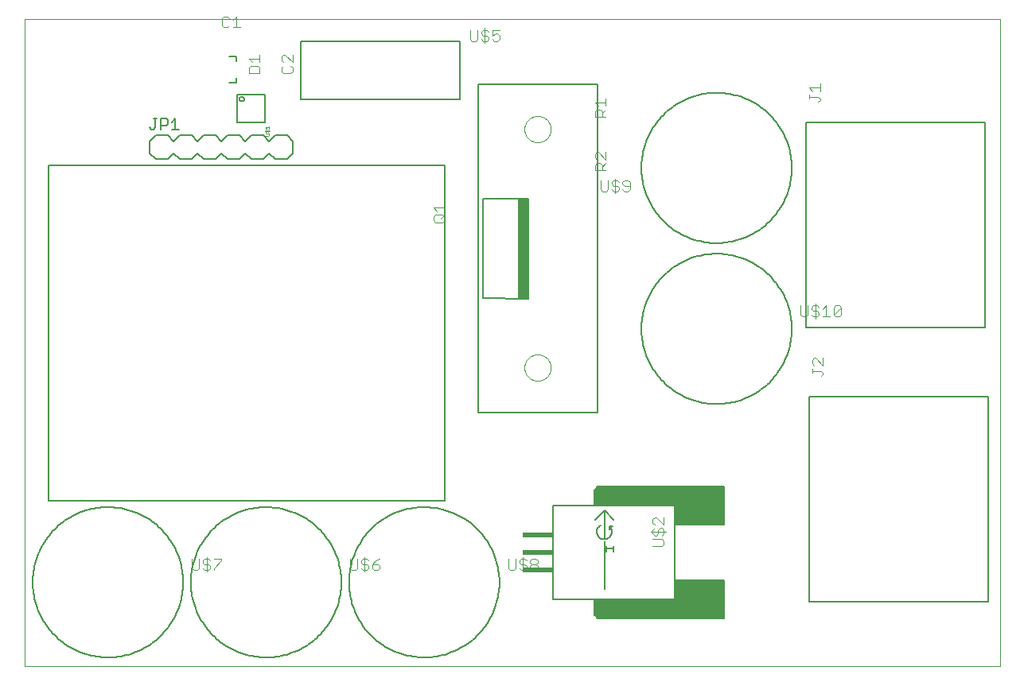
<source format=gto>
G75*
%MOIN*%
%OFA0B0*%
%FSLAX24Y24*%
%IPPOS*%
%LPD*%
%AMOC8*
5,1,8,0,0,1.08239X$1,22.5*
%
%ADD10C,0.0000*%
%ADD11C,0.0050*%
%ADD12C,0.0040*%
%ADD13C,0.0080*%
%ADD14C,0.0070*%
%ADD15R,0.0400X0.4200*%
%ADD16C,0.0010*%
%ADD17R,0.1260X0.0236*%
%ADD18C,0.0060*%
D10*
X000160Y000160D02*
X000160Y027281D01*
X041030Y027281D01*
X041030Y000160D01*
X000160Y000160D01*
X021109Y012660D02*
X021111Y012707D01*
X021117Y012753D01*
X021127Y012799D01*
X021140Y012844D01*
X021158Y012887D01*
X021179Y012929D01*
X021203Y012969D01*
X021231Y013006D01*
X021262Y013041D01*
X021296Y013074D01*
X021332Y013103D01*
X021371Y013129D01*
X021412Y013152D01*
X021455Y013171D01*
X021499Y013187D01*
X021544Y013199D01*
X021590Y013207D01*
X021637Y013211D01*
X021683Y013211D01*
X021730Y013207D01*
X021776Y013199D01*
X021821Y013187D01*
X021865Y013171D01*
X021908Y013152D01*
X021949Y013129D01*
X021988Y013103D01*
X022024Y013074D01*
X022058Y013041D01*
X022089Y013006D01*
X022117Y012969D01*
X022141Y012929D01*
X022162Y012887D01*
X022180Y012844D01*
X022193Y012799D01*
X022203Y012753D01*
X022209Y012707D01*
X022211Y012660D01*
X022209Y012613D01*
X022203Y012567D01*
X022193Y012521D01*
X022180Y012476D01*
X022162Y012433D01*
X022141Y012391D01*
X022117Y012351D01*
X022089Y012314D01*
X022058Y012279D01*
X022024Y012246D01*
X021988Y012217D01*
X021949Y012191D01*
X021908Y012168D01*
X021865Y012149D01*
X021821Y012133D01*
X021776Y012121D01*
X021730Y012113D01*
X021683Y012109D01*
X021637Y012109D01*
X021590Y012113D01*
X021544Y012121D01*
X021499Y012133D01*
X021455Y012149D01*
X021412Y012168D01*
X021371Y012191D01*
X021332Y012217D01*
X021296Y012246D01*
X021262Y012279D01*
X021231Y012314D01*
X021203Y012351D01*
X021179Y012391D01*
X021158Y012433D01*
X021140Y012476D01*
X021127Y012521D01*
X021117Y012567D01*
X021111Y012613D01*
X021109Y012660D01*
X021109Y022660D02*
X021111Y022707D01*
X021117Y022753D01*
X021127Y022799D01*
X021140Y022844D01*
X021158Y022887D01*
X021179Y022929D01*
X021203Y022969D01*
X021231Y023006D01*
X021262Y023041D01*
X021296Y023074D01*
X021332Y023103D01*
X021371Y023129D01*
X021412Y023152D01*
X021455Y023171D01*
X021499Y023187D01*
X021544Y023199D01*
X021590Y023207D01*
X021637Y023211D01*
X021683Y023211D01*
X021730Y023207D01*
X021776Y023199D01*
X021821Y023187D01*
X021865Y023171D01*
X021908Y023152D01*
X021949Y023129D01*
X021988Y023103D01*
X022024Y023074D01*
X022058Y023041D01*
X022089Y023006D01*
X022117Y022969D01*
X022141Y022929D01*
X022162Y022887D01*
X022180Y022844D01*
X022193Y022799D01*
X022203Y022753D01*
X022209Y022707D01*
X022211Y022660D01*
X022209Y022613D01*
X022203Y022567D01*
X022193Y022521D01*
X022180Y022476D01*
X022162Y022433D01*
X022141Y022391D01*
X022117Y022351D01*
X022089Y022314D01*
X022058Y022279D01*
X022024Y022246D01*
X021988Y022217D01*
X021949Y022191D01*
X021908Y022168D01*
X021865Y022149D01*
X021821Y022133D01*
X021776Y022121D01*
X021730Y022113D01*
X021683Y022109D01*
X021637Y022109D01*
X021590Y022113D01*
X021544Y022121D01*
X021499Y022133D01*
X021455Y022149D01*
X021412Y022168D01*
X021371Y022191D01*
X021332Y022217D01*
X021296Y022246D01*
X021262Y022279D01*
X021231Y022314D01*
X021203Y022351D01*
X021179Y022391D01*
X021158Y022433D01*
X021140Y022476D01*
X021127Y022521D01*
X021117Y022567D01*
X021111Y022613D01*
X021109Y022660D01*
D11*
X019160Y024534D02*
X019160Y010786D01*
X024160Y010786D01*
X024160Y024534D01*
X019160Y024534D01*
X018410Y023910D02*
X011729Y023910D01*
X011729Y026341D01*
X018410Y026341D01*
X018410Y023910D01*
X017774Y021160D02*
X017774Y007066D01*
X001160Y007066D01*
X001160Y021160D01*
X017774Y021160D01*
X010251Y022944D02*
X009069Y022944D01*
X009069Y024126D01*
X010251Y024126D01*
X010251Y022944D01*
X009168Y023929D02*
X009170Y023948D01*
X009175Y023967D01*
X009185Y023983D01*
X009197Y023998D01*
X009212Y024010D01*
X009228Y024020D01*
X009247Y024025D01*
X009266Y024027D01*
X009285Y024025D01*
X009304Y024020D01*
X009320Y024010D01*
X009335Y023998D01*
X009347Y023983D01*
X009357Y023967D01*
X009362Y023948D01*
X009364Y023929D01*
X009362Y023910D01*
X009357Y023891D01*
X009347Y023875D01*
X009335Y023860D01*
X009320Y023848D01*
X009304Y023838D01*
X009285Y023833D01*
X009266Y023831D01*
X009247Y023833D01*
X009228Y023838D01*
X009212Y023848D01*
X009197Y023860D01*
X009185Y023875D01*
X009175Y023891D01*
X009170Y023910D01*
X009168Y023929D01*
X006626Y022655D02*
X006326Y022655D01*
X006476Y022655D02*
X006476Y023105D01*
X006326Y022955D01*
X006166Y023030D02*
X006166Y022880D01*
X006091Y022805D01*
X005865Y022805D01*
X005865Y022655D02*
X005865Y023105D01*
X006091Y023105D01*
X006166Y023030D01*
X005705Y023105D02*
X005555Y023105D01*
X005630Y023105D02*
X005630Y022730D01*
X005555Y022655D01*
X005480Y022655D01*
X005405Y022730D01*
X024027Y007508D02*
X024185Y007666D01*
X029460Y007666D01*
X029460Y006091D01*
X027413Y006091D01*
X027413Y006879D01*
X024027Y006879D01*
X024027Y007469D01*
X024027Y006879D01*
X024027Y007508D01*
X024046Y007528D02*
X029460Y007528D01*
X029460Y007576D02*
X024095Y007576D01*
X024143Y007625D02*
X029460Y007625D01*
X029460Y007479D02*
X024027Y007479D01*
X024027Y007431D02*
X029460Y007431D01*
X029460Y007382D02*
X024027Y007382D01*
X024027Y007334D02*
X029460Y007334D01*
X029460Y007285D02*
X024027Y007285D01*
X024027Y007237D02*
X029460Y007237D01*
X029460Y007188D02*
X024027Y007188D01*
X024027Y007140D02*
X029460Y007140D01*
X029460Y007091D02*
X024027Y007091D01*
X024027Y007043D02*
X029460Y007043D01*
X029460Y006994D02*
X024027Y006994D01*
X024027Y006946D02*
X029460Y006946D01*
X029460Y006897D02*
X024027Y006897D01*
X024460Y006682D02*
X024460Y005540D01*
X024460Y005382D02*
X024460Y003375D01*
X024027Y002941D02*
X024027Y002351D01*
X024027Y002941D01*
X027413Y002941D01*
X027413Y003729D01*
X029460Y003729D01*
X029460Y002154D01*
X024185Y002154D01*
X024027Y002312D01*
X024027Y002941D01*
X024027Y002920D02*
X029460Y002920D01*
X029460Y002872D02*
X024027Y002872D01*
X024027Y002823D02*
X029460Y002823D01*
X029460Y002775D02*
X024027Y002775D01*
X024027Y002726D02*
X029460Y002726D01*
X029460Y002678D02*
X024027Y002678D01*
X024027Y002629D02*
X029460Y002629D01*
X029460Y002581D02*
X024027Y002581D01*
X024027Y002532D02*
X029460Y002532D01*
X029460Y002484D02*
X024027Y002484D01*
X024027Y002435D02*
X029460Y002435D01*
X029460Y002387D02*
X024027Y002387D01*
X024027Y002338D02*
X029460Y002338D01*
X029460Y002290D02*
X024049Y002290D01*
X024098Y002241D02*
X029460Y002241D01*
X029460Y002193D02*
X024146Y002193D01*
X022295Y002941D02*
X022295Y006879D01*
X027413Y006879D01*
X027413Y002941D01*
X022295Y002941D01*
X024539Y004949D02*
X024539Y005067D01*
X024539Y005186D01*
X024539Y005067D02*
X024854Y005067D01*
X024854Y004949D01*
X024854Y005067D02*
X024854Y005186D01*
X024658Y006013D02*
X024683Y005989D01*
X024704Y005962D01*
X024723Y005933D01*
X024739Y005902D01*
X024751Y005870D01*
X024759Y005837D01*
X024764Y005803D01*
X024765Y005768D01*
X024762Y005734D01*
X024755Y005700D01*
X024745Y005667D01*
X024731Y005635D01*
X024714Y005606D01*
X024693Y005578D01*
X024670Y005553D01*
X024644Y005530D01*
X024616Y005510D01*
X024585Y005494D01*
X024553Y005481D01*
X024520Y005472D01*
X024486Y005466D01*
X024452Y005464D01*
X024417Y005466D01*
X024383Y005472D01*
X024350Y005481D01*
X024318Y005494D01*
X024288Y005510D01*
X024260Y005530D01*
X024234Y005553D01*
X024210Y005578D01*
X024190Y005606D01*
X024173Y005636D01*
X024159Y005667D01*
X024149Y005700D01*
X024142Y005734D01*
X024139Y005768D01*
X024140Y005803D01*
X024145Y005837D01*
X024153Y005870D01*
X024165Y005903D01*
X024181Y005933D01*
X024200Y005962D01*
X024222Y005989D01*
X024246Y006013D01*
X024274Y006034D01*
X024303Y006052D01*
X024066Y006288D02*
X024460Y006682D01*
X024854Y006288D01*
X024815Y006012D02*
X024657Y006012D01*
X024657Y005894D01*
X027413Y006121D02*
X029460Y006121D01*
X029460Y006170D02*
X027413Y006170D01*
X027413Y006218D02*
X029460Y006218D01*
X029460Y006267D02*
X027413Y006267D01*
X027413Y006315D02*
X029460Y006315D01*
X029460Y006364D02*
X027413Y006364D01*
X027413Y006412D02*
X029460Y006412D01*
X029460Y006461D02*
X027413Y006461D01*
X027413Y006509D02*
X029460Y006509D01*
X029460Y006558D02*
X027413Y006558D01*
X027413Y006606D02*
X029460Y006606D01*
X029460Y006655D02*
X027413Y006655D01*
X027413Y006703D02*
X029460Y006703D01*
X029460Y006752D02*
X027413Y006752D01*
X027413Y006800D02*
X029460Y006800D01*
X029460Y006849D02*
X027413Y006849D01*
X027413Y003696D02*
X029460Y003696D01*
X029460Y003648D02*
X027413Y003648D01*
X027413Y003599D02*
X029460Y003599D01*
X029460Y003551D02*
X027413Y003551D01*
X027413Y003502D02*
X029460Y003502D01*
X029460Y003454D02*
X027413Y003454D01*
X027413Y003405D02*
X029460Y003405D01*
X029460Y003357D02*
X027413Y003357D01*
X027413Y003308D02*
X029460Y003308D01*
X029460Y003260D02*
X027413Y003260D01*
X027413Y003211D02*
X029460Y003211D01*
X029460Y003163D02*
X027413Y003163D01*
X027413Y003114D02*
X029460Y003114D01*
X029460Y003066D02*
X027413Y003066D01*
X027413Y003017D02*
X029460Y003017D01*
X029460Y002969D02*
X027413Y002969D01*
X033045Y002861D02*
X033045Y011459D01*
X040525Y011459D01*
X040525Y002861D01*
X033045Y002861D01*
X013760Y003660D02*
X013762Y003772D01*
X013768Y003883D01*
X013778Y003995D01*
X013792Y004106D01*
X013809Y004216D01*
X013831Y004326D01*
X013857Y004435D01*
X013886Y004543D01*
X013919Y004649D01*
X013956Y004755D01*
X013997Y004859D01*
X014042Y004962D01*
X014090Y005063D01*
X014141Y005162D01*
X014196Y005259D01*
X014255Y005354D01*
X014316Y005448D01*
X014381Y005539D01*
X014450Y005627D01*
X014521Y005713D01*
X014595Y005797D01*
X014673Y005877D01*
X014753Y005955D01*
X014836Y006031D01*
X014921Y006103D01*
X015009Y006172D01*
X015099Y006238D01*
X015192Y006300D01*
X015287Y006360D01*
X015384Y006416D01*
X015482Y006468D01*
X015583Y006517D01*
X015685Y006562D01*
X015789Y006604D01*
X015894Y006642D01*
X016001Y006676D01*
X016108Y006706D01*
X016217Y006733D01*
X016326Y006755D01*
X016437Y006774D01*
X016547Y006789D01*
X016659Y006800D01*
X016770Y006807D01*
X016882Y006810D01*
X016994Y006809D01*
X017106Y006804D01*
X017217Y006795D01*
X017328Y006782D01*
X017439Y006765D01*
X017549Y006745D01*
X017658Y006720D01*
X017766Y006692D01*
X017873Y006659D01*
X017979Y006623D01*
X018083Y006583D01*
X018186Y006540D01*
X018288Y006493D01*
X018387Y006442D01*
X018485Y006388D01*
X018581Y006330D01*
X018675Y006269D01*
X018766Y006205D01*
X018855Y006138D01*
X018942Y006067D01*
X019026Y005993D01*
X019108Y005917D01*
X019186Y005837D01*
X019262Y005755D01*
X019335Y005670D01*
X019405Y005583D01*
X019471Y005493D01*
X019535Y005401D01*
X019595Y005307D01*
X019652Y005211D01*
X019705Y005112D01*
X019755Y005012D01*
X019801Y004911D01*
X019844Y004807D01*
X019883Y004702D01*
X019918Y004596D01*
X019949Y004489D01*
X019977Y004380D01*
X020000Y004271D01*
X020020Y004161D01*
X020036Y004050D01*
X020048Y003939D01*
X020056Y003828D01*
X020060Y003716D01*
X020060Y003604D01*
X020056Y003492D01*
X020048Y003381D01*
X020036Y003270D01*
X020020Y003159D01*
X020000Y003049D01*
X019977Y002940D01*
X019949Y002831D01*
X019918Y002724D01*
X019883Y002618D01*
X019844Y002513D01*
X019801Y002409D01*
X019755Y002308D01*
X019705Y002208D01*
X019652Y002109D01*
X019595Y002013D01*
X019535Y001919D01*
X019471Y001827D01*
X019405Y001737D01*
X019335Y001650D01*
X019262Y001565D01*
X019186Y001483D01*
X019108Y001403D01*
X019026Y001327D01*
X018942Y001253D01*
X018855Y001182D01*
X018766Y001115D01*
X018675Y001051D01*
X018581Y000990D01*
X018485Y000932D01*
X018387Y000878D01*
X018288Y000827D01*
X018186Y000780D01*
X018083Y000737D01*
X017979Y000697D01*
X017873Y000661D01*
X017766Y000628D01*
X017658Y000600D01*
X017549Y000575D01*
X017439Y000555D01*
X017328Y000538D01*
X017217Y000525D01*
X017106Y000516D01*
X016994Y000511D01*
X016882Y000510D01*
X016770Y000513D01*
X016659Y000520D01*
X016547Y000531D01*
X016437Y000546D01*
X016326Y000565D01*
X016217Y000587D01*
X016108Y000614D01*
X016001Y000644D01*
X015894Y000678D01*
X015789Y000716D01*
X015685Y000758D01*
X015583Y000803D01*
X015482Y000852D01*
X015384Y000904D01*
X015287Y000960D01*
X015192Y001020D01*
X015099Y001082D01*
X015009Y001148D01*
X014921Y001217D01*
X014836Y001289D01*
X014753Y001365D01*
X014673Y001443D01*
X014595Y001523D01*
X014521Y001607D01*
X014450Y001693D01*
X014381Y001781D01*
X014316Y001872D01*
X014255Y001966D01*
X014196Y002061D01*
X014141Y002158D01*
X014090Y002257D01*
X014042Y002358D01*
X013997Y002461D01*
X013956Y002565D01*
X013919Y002671D01*
X013886Y002777D01*
X013857Y002885D01*
X013831Y002994D01*
X013809Y003104D01*
X013792Y003214D01*
X013778Y003325D01*
X013768Y003437D01*
X013762Y003548D01*
X013760Y003660D01*
X007135Y003660D02*
X007137Y003772D01*
X007143Y003883D01*
X007153Y003995D01*
X007167Y004106D01*
X007184Y004216D01*
X007206Y004326D01*
X007232Y004435D01*
X007261Y004543D01*
X007294Y004649D01*
X007331Y004755D01*
X007372Y004859D01*
X007417Y004962D01*
X007465Y005063D01*
X007516Y005162D01*
X007571Y005259D01*
X007630Y005354D01*
X007691Y005448D01*
X007756Y005539D01*
X007825Y005627D01*
X007896Y005713D01*
X007970Y005797D01*
X008048Y005877D01*
X008128Y005955D01*
X008211Y006031D01*
X008296Y006103D01*
X008384Y006172D01*
X008474Y006238D01*
X008567Y006300D01*
X008662Y006360D01*
X008759Y006416D01*
X008857Y006468D01*
X008958Y006517D01*
X009060Y006562D01*
X009164Y006604D01*
X009269Y006642D01*
X009376Y006676D01*
X009483Y006706D01*
X009592Y006733D01*
X009701Y006755D01*
X009812Y006774D01*
X009922Y006789D01*
X010034Y006800D01*
X010145Y006807D01*
X010257Y006810D01*
X010369Y006809D01*
X010481Y006804D01*
X010592Y006795D01*
X010703Y006782D01*
X010814Y006765D01*
X010924Y006745D01*
X011033Y006720D01*
X011141Y006692D01*
X011248Y006659D01*
X011354Y006623D01*
X011458Y006583D01*
X011561Y006540D01*
X011663Y006493D01*
X011762Y006442D01*
X011860Y006388D01*
X011956Y006330D01*
X012050Y006269D01*
X012141Y006205D01*
X012230Y006138D01*
X012317Y006067D01*
X012401Y005993D01*
X012483Y005917D01*
X012561Y005837D01*
X012637Y005755D01*
X012710Y005670D01*
X012780Y005583D01*
X012846Y005493D01*
X012910Y005401D01*
X012970Y005307D01*
X013027Y005211D01*
X013080Y005112D01*
X013130Y005012D01*
X013176Y004911D01*
X013219Y004807D01*
X013258Y004702D01*
X013293Y004596D01*
X013324Y004489D01*
X013352Y004380D01*
X013375Y004271D01*
X013395Y004161D01*
X013411Y004050D01*
X013423Y003939D01*
X013431Y003828D01*
X013435Y003716D01*
X013435Y003604D01*
X013431Y003492D01*
X013423Y003381D01*
X013411Y003270D01*
X013395Y003159D01*
X013375Y003049D01*
X013352Y002940D01*
X013324Y002831D01*
X013293Y002724D01*
X013258Y002618D01*
X013219Y002513D01*
X013176Y002409D01*
X013130Y002308D01*
X013080Y002208D01*
X013027Y002109D01*
X012970Y002013D01*
X012910Y001919D01*
X012846Y001827D01*
X012780Y001737D01*
X012710Y001650D01*
X012637Y001565D01*
X012561Y001483D01*
X012483Y001403D01*
X012401Y001327D01*
X012317Y001253D01*
X012230Y001182D01*
X012141Y001115D01*
X012050Y001051D01*
X011956Y000990D01*
X011860Y000932D01*
X011762Y000878D01*
X011663Y000827D01*
X011561Y000780D01*
X011458Y000737D01*
X011354Y000697D01*
X011248Y000661D01*
X011141Y000628D01*
X011033Y000600D01*
X010924Y000575D01*
X010814Y000555D01*
X010703Y000538D01*
X010592Y000525D01*
X010481Y000516D01*
X010369Y000511D01*
X010257Y000510D01*
X010145Y000513D01*
X010034Y000520D01*
X009922Y000531D01*
X009812Y000546D01*
X009701Y000565D01*
X009592Y000587D01*
X009483Y000614D01*
X009376Y000644D01*
X009269Y000678D01*
X009164Y000716D01*
X009060Y000758D01*
X008958Y000803D01*
X008857Y000852D01*
X008759Y000904D01*
X008662Y000960D01*
X008567Y001020D01*
X008474Y001082D01*
X008384Y001148D01*
X008296Y001217D01*
X008211Y001289D01*
X008128Y001365D01*
X008048Y001443D01*
X007970Y001523D01*
X007896Y001607D01*
X007825Y001693D01*
X007756Y001781D01*
X007691Y001872D01*
X007630Y001966D01*
X007571Y002061D01*
X007516Y002158D01*
X007465Y002257D01*
X007417Y002358D01*
X007372Y002461D01*
X007331Y002565D01*
X007294Y002671D01*
X007261Y002777D01*
X007232Y002885D01*
X007206Y002994D01*
X007184Y003104D01*
X007167Y003214D01*
X007153Y003325D01*
X007143Y003437D01*
X007137Y003548D01*
X007135Y003660D01*
X000510Y003660D02*
X000512Y003772D01*
X000518Y003883D01*
X000528Y003995D01*
X000542Y004106D01*
X000559Y004216D01*
X000581Y004326D01*
X000607Y004435D01*
X000636Y004543D01*
X000669Y004649D01*
X000706Y004755D01*
X000747Y004859D01*
X000792Y004962D01*
X000840Y005063D01*
X000891Y005162D01*
X000946Y005259D01*
X001005Y005354D01*
X001066Y005448D01*
X001131Y005539D01*
X001200Y005627D01*
X001271Y005713D01*
X001345Y005797D01*
X001423Y005877D01*
X001503Y005955D01*
X001586Y006031D01*
X001671Y006103D01*
X001759Y006172D01*
X001849Y006238D01*
X001942Y006300D01*
X002037Y006360D01*
X002134Y006416D01*
X002232Y006468D01*
X002333Y006517D01*
X002435Y006562D01*
X002539Y006604D01*
X002644Y006642D01*
X002751Y006676D01*
X002858Y006706D01*
X002967Y006733D01*
X003076Y006755D01*
X003187Y006774D01*
X003297Y006789D01*
X003409Y006800D01*
X003520Y006807D01*
X003632Y006810D01*
X003744Y006809D01*
X003856Y006804D01*
X003967Y006795D01*
X004078Y006782D01*
X004189Y006765D01*
X004299Y006745D01*
X004408Y006720D01*
X004516Y006692D01*
X004623Y006659D01*
X004729Y006623D01*
X004833Y006583D01*
X004936Y006540D01*
X005038Y006493D01*
X005137Y006442D01*
X005235Y006388D01*
X005331Y006330D01*
X005425Y006269D01*
X005516Y006205D01*
X005605Y006138D01*
X005692Y006067D01*
X005776Y005993D01*
X005858Y005917D01*
X005936Y005837D01*
X006012Y005755D01*
X006085Y005670D01*
X006155Y005583D01*
X006221Y005493D01*
X006285Y005401D01*
X006345Y005307D01*
X006402Y005211D01*
X006455Y005112D01*
X006505Y005012D01*
X006551Y004911D01*
X006594Y004807D01*
X006633Y004702D01*
X006668Y004596D01*
X006699Y004489D01*
X006727Y004380D01*
X006750Y004271D01*
X006770Y004161D01*
X006786Y004050D01*
X006798Y003939D01*
X006806Y003828D01*
X006810Y003716D01*
X006810Y003604D01*
X006806Y003492D01*
X006798Y003381D01*
X006786Y003270D01*
X006770Y003159D01*
X006750Y003049D01*
X006727Y002940D01*
X006699Y002831D01*
X006668Y002724D01*
X006633Y002618D01*
X006594Y002513D01*
X006551Y002409D01*
X006505Y002308D01*
X006455Y002208D01*
X006402Y002109D01*
X006345Y002013D01*
X006285Y001919D01*
X006221Y001827D01*
X006155Y001737D01*
X006085Y001650D01*
X006012Y001565D01*
X005936Y001483D01*
X005858Y001403D01*
X005776Y001327D01*
X005692Y001253D01*
X005605Y001182D01*
X005516Y001115D01*
X005425Y001051D01*
X005331Y000990D01*
X005235Y000932D01*
X005137Y000878D01*
X005038Y000827D01*
X004936Y000780D01*
X004833Y000737D01*
X004729Y000697D01*
X004623Y000661D01*
X004516Y000628D01*
X004408Y000600D01*
X004299Y000575D01*
X004189Y000555D01*
X004078Y000538D01*
X003967Y000525D01*
X003856Y000516D01*
X003744Y000511D01*
X003632Y000510D01*
X003520Y000513D01*
X003409Y000520D01*
X003297Y000531D01*
X003187Y000546D01*
X003076Y000565D01*
X002967Y000587D01*
X002858Y000614D01*
X002751Y000644D01*
X002644Y000678D01*
X002539Y000716D01*
X002435Y000758D01*
X002333Y000803D01*
X002232Y000852D01*
X002134Y000904D01*
X002037Y000960D01*
X001942Y001020D01*
X001849Y001082D01*
X001759Y001148D01*
X001671Y001217D01*
X001586Y001289D01*
X001503Y001365D01*
X001423Y001443D01*
X001345Y001523D01*
X001271Y001607D01*
X001200Y001693D01*
X001131Y001781D01*
X001066Y001872D01*
X001005Y001966D01*
X000946Y002061D01*
X000891Y002158D01*
X000840Y002257D01*
X000792Y002358D01*
X000747Y002461D01*
X000706Y002565D01*
X000669Y002671D01*
X000636Y002777D01*
X000607Y002885D01*
X000581Y002994D01*
X000559Y003104D01*
X000542Y003214D01*
X000528Y003325D01*
X000518Y003437D01*
X000512Y003548D01*
X000510Y003660D01*
X026010Y014285D02*
X026012Y014397D01*
X026018Y014508D01*
X026028Y014620D01*
X026042Y014731D01*
X026059Y014841D01*
X026081Y014951D01*
X026107Y015060D01*
X026136Y015168D01*
X026169Y015274D01*
X026206Y015380D01*
X026247Y015484D01*
X026292Y015587D01*
X026340Y015688D01*
X026391Y015787D01*
X026446Y015884D01*
X026505Y015979D01*
X026566Y016073D01*
X026631Y016164D01*
X026700Y016252D01*
X026771Y016338D01*
X026845Y016422D01*
X026923Y016502D01*
X027003Y016580D01*
X027086Y016656D01*
X027171Y016728D01*
X027259Y016797D01*
X027349Y016863D01*
X027442Y016925D01*
X027537Y016985D01*
X027634Y017041D01*
X027732Y017093D01*
X027833Y017142D01*
X027935Y017187D01*
X028039Y017229D01*
X028144Y017267D01*
X028251Y017301D01*
X028358Y017331D01*
X028467Y017358D01*
X028576Y017380D01*
X028687Y017399D01*
X028797Y017414D01*
X028909Y017425D01*
X029020Y017432D01*
X029132Y017435D01*
X029244Y017434D01*
X029356Y017429D01*
X029467Y017420D01*
X029578Y017407D01*
X029689Y017390D01*
X029799Y017370D01*
X029908Y017345D01*
X030016Y017317D01*
X030123Y017284D01*
X030229Y017248D01*
X030333Y017208D01*
X030436Y017165D01*
X030538Y017118D01*
X030637Y017067D01*
X030735Y017013D01*
X030831Y016955D01*
X030925Y016894D01*
X031016Y016830D01*
X031105Y016763D01*
X031192Y016692D01*
X031276Y016618D01*
X031358Y016542D01*
X031436Y016462D01*
X031512Y016380D01*
X031585Y016295D01*
X031655Y016208D01*
X031721Y016118D01*
X031785Y016026D01*
X031845Y015932D01*
X031902Y015836D01*
X031955Y015737D01*
X032005Y015637D01*
X032051Y015536D01*
X032094Y015432D01*
X032133Y015327D01*
X032168Y015221D01*
X032199Y015114D01*
X032227Y015005D01*
X032250Y014896D01*
X032270Y014786D01*
X032286Y014675D01*
X032298Y014564D01*
X032306Y014453D01*
X032310Y014341D01*
X032310Y014229D01*
X032306Y014117D01*
X032298Y014006D01*
X032286Y013895D01*
X032270Y013784D01*
X032250Y013674D01*
X032227Y013565D01*
X032199Y013456D01*
X032168Y013349D01*
X032133Y013243D01*
X032094Y013138D01*
X032051Y013034D01*
X032005Y012933D01*
X031955Y012833D01*
X031902Y012734D01*
X031845Y012638D01*
X031785Y012544D01*
X031721Y012452D01*
X031655Y012362D01*
X031585Y012275D01*
X031512Y012190D01*
X031436Y012108D01*
X031358Y012028D01*
X031276Y011952D01*
X031192Y011878D01*
X031105Y011807D01*
X031016Y011740D01*
X030925Y011676D01*
X030831Y011615D01*
X030735Y011557D01*
X030637Y011503D01*
X030538Y011452D01*
X030436Y011405D01*
X030333Y011362D01*
X030229Y011322D01*
X030123Y011286D01*
X030016Y011253D01*
X029908Y011225D01*
X029799Y011200D01*
X029689Y011180D01*
X029578Y011163D01*
X029467Y011150D01*
X029356Y011141D01*
X029244Y011136D01*
X029132Y011135D01*
X029020Y011138D01*
X028909Y011145D01*
X028797Y011156D01*
X028687Y011171D01*
X028576Y011190D01*
X028467Y011212D01*
X028358Y011239D01*
X028251Y011269D01*
X028144Y011303D01*
X028039Y011341D01*
X027935Y011383D01*
X027833Y011428D01*
X027732Y011477D01*
X027634Y011529D01*
X027537Y011585D01*
X027442Y011645D01*
X027349Y011707D01*
X027259Y011773D01*
X027171Y011842D01*
X027086Y011914D01*
X027003Y011990D01*
X026923Y012068D01*
X026845Y012148D01*
X026771Y012232D01*
X026700Y012318D01*
X026631Y012406D01*
X026566Y012497D01*
X026505Y012591D01*
X026446Y012686D01*
X026391Y012783D01*
X026340Y012882D01*
X026292Y012983D01*
X026247Y013086D01*
X026206Y013190D01*
X026169Y013296D01*
X026136Y013402D01*
X026107Y013510D01*
X026081Y013619D01*
X026059Y013729D01*
X026042Y013839D01*
X026028Y013950D01*
X026018Y014062D01*
X026012Y014173D01*
X026010Y014285D01*
X032920Y014361D02*
X032920Y022959D01*
X040400Y022959D01*
X040400Y014361D01*
X032920Y014361D01*
X026010Y021035D02*
X026012Y021147D01*
X026018Y021258D01*
X026028Y021370D01*
X026042Y021481D01*
X026059Y021591D01*
X026081Y021701D01*
X026107Y021810D01*
X026136Y021918D01*
X026169Y022024D01*
X026206Y022130D01*
X026247Y022234D01*
X026292Y022337D01*
X026340Y022438D01*
X026391Y022537D01*
X026446Y022634D01*
X026505Y022729D01*
X026566Y022823D01*
X026631Y022914D01*
X026700Y023002D01*
X026771Y023088D01*
X026845Y023172D01*
X026923Y023252D01*
X027003Y023330D01*
X027086Y023406D01*
X027171Y023478D01*
X027259Y023547D01*
X027349Y023613D01*
X027442Y023675D01*
X027537Y023735D01*
X027634Y023791D01*
X027732Y023843D01*
X027833Y023892D01*
X027935Y023937D01*
X028039Y023979D01*
X028144Y024017D01*
X028251Y024051D01*
X028358Y024081D01*
X028467Y024108D01*
X028576Y024130D01*
X028687Y024149D01*
X028797Y024164D01*
X028909Y024175D01*
X029020Y024182D01*
X029132Y024185D01*
X029244Y024184D01*
X029356Y024179D01*
X029467Y024170D01*
X029578Y024157D01*
X029689Y024140D01*
X029799Y024120D01*
X029908Y024095D01*
X030016Y024067D01*
X030123Y024034D01*
X030229Y023998D01*
X030333Y023958D01*
X030436Y023915D01*
X030538Y023868D01*
X030637Y023817D01*
X030735Y023763D01*
X030831Y023705D01*
X030925Y023644D01*
X031016Y023580D01*
X031105Y023513D01*
X031192Y023442D01*
X031276Y023368D01*
X031358Y023292D01*
X031436Y023212D01*
X031512Y023130D01*
X031585Y023045D01*
X031655Y022958D01*
X031721Y022868D01*
X031785Y022776D01*
X031845Y022682D01*
X031902Y022586D01*
X031955Y022487D01*
X032005Y022387D01*
X032051Y022286D01*
X032094Y022182D01*
X032133Y022077D01*
X032168Y021971D01*
X032199Y021864D01*
X032227Y021755D01*
X032250Y021646D01*
X032270Y021536D01*
X032286Y021425D01*
X032298Y021314D01*
X032306Y021203D01*
X032310Y021091D01*
X032310Y020979D01*
X032306Y020867D01*
X032298Y020756D01*
X032286Y020645D01*
X032270Y020534D01*
X032250Y020424D01*
X032227Y020315D01*
X032199Y020206D01*
X032168Y020099D01*
X032133Y019993D01*
X032094Y019888D01*
X032051Y019784D01*
X032005Y019683D01*
X031955Y019583D01*
X031902Y019484D01*
X031845Y019388D01*
X031785Y019294D01*
X031721Y019202D01*
X031655Y019112D01*
X031585Y019025D01*
X031512Y018940D01*
X031436Y018858D01*
X031358Y018778D01*
X031276Y018702D01*
X031192Y018628D01*
X031105Y018557D01*
X031016Y018490D01*
X030925Y018426D01*
X030831Y018365D01*
X030735Y018307D01*
X030637Y018253D01*
X030538Y018202D01*
X030436Y018155D01*
X030333Y018112D01*
X030229Y018072D01*
X030123Y018036D01*
X030016Y018003D01*
X029908Y017975D01*
X029799Y017950D01*
X029689Y017930D01*
X029578Y017913D01*
X029467Y017900D01*
X029356Y017891D01*
X029244Y017886D01*
X029132Y017885D01*
X029020Y017888D01*
X028909Y017895D01*
X028797Y017906D01*
X028687Y017921D01*
X028576Y017940D01*
X028467Y017962D01*
X028358Y017989D01*
X028251Y018019D01*
X028144Y018053D01*
X028039Y018091D01*
X027935Y018133D01*
X027833Y018178D01*
X027732Y018227D01*
X027634Y018279D01*
X027537Y018335D01*
X027442Y018395D01*
X027349Y018457D01*
X027259Y018523D01*
X027171Y018592D01*
X027086Y018664D01*
X027003Y018740D01*
X026923Y018818D01*
X026845Y018898D01*
X026771Y018982D01*
X026700Y019068D01*
X026631Y019156D01*
X026566Y019247D01*
X026505Y019341D01*
X026446Y019436D01*
X026391Y019533D01*
X026340Y019632D01*
X026292Y019733D01*
X026247Y019836D01*
X026206Y019940D01*
X026169Y020046D01*
X026136Y020152D01*
X026107Y020260D01*
X026081Y020369D01*
X026059Y020479D01*
X026042Y020589D01*
X026028Y020700D01*
X026018Y020812D01*
X026012Y020923D01*
X026010Y021035D01*
D12*
X025450Y020515D02*
X025296Y020515D01*
X025220Y020439D01*
X025220Y020362D01*
X025296Y020285D01*
X025527Y020285D01*
X025527Y020132D02*
X025527Y020439D01*
X025450Y020515D01*
X025066Y020439D02*
X024989Y020515D01*
X024836Y020515D01*
X024759Y020439D01*
X024759Y020362D01*
X024836Y020285D01*
X024989Y020285D01*
X025066Y020208D01*
X025066Y020132D01*
X024989Y020055D01*
X024836Y020055D01*
X024759Y020132D01*
X024606Y020132D02*
X024606Y020515D01*
X024299Y020515D02*
X024299Y020132D01*
X024376Y020055D01*
X024529Y020055D01*
X024606Y020132D01*
X024913Y019978D02*
X024913Y020592D01*
X024515Y020930D02*
X024055Y020930D01*
X024055Y021160D01*
X024131Y021237D01*
X024285Y021237D01*
X024362Y021160D01*
X024362Y020930D01*
X024362Y021083D02*
X024515Y021237D01*
X024515Y021390D02*
X024208Y021697D01*
X024131Y021697D01*
X024055Y021621D01*
X024055Y021467D01*
X024131Y021390D01*
X024515Y021390D02*
X024515Y021697D01*
X024515Y023180D02*
X024055Y023180D01*
X024055Y023410D01*
X024131Y023487D01*
X024285Y023487D01*
X024362Y023410D01*
X024362Y023180D01*
X024362Y023333D02*
X024515Y023487D01*
X024515Y023640D02*
X024515Y023947D01*
X024515Y023794D02*
X024055Y023794D01*
X024208Y023640D01*
X020063Y026438D02*
X020063Y026591D01*
X019986Y026668D01*
X019910Y026668D01*
X019756Y026591D01*
X019756Y026821D01*
X020063Y026821D01*
X019603Y026745D02*
X019526Y026821D01*
X019373Y026821D01*
X019296Y026745D01*
X019296Y026668D01*
X019373Y026591D01*
X019526Y026591D01*
X019603Y026515D01*
X019603Y026438D01*
X019526Y026361D01*
X019373Y026361D01*
X019296Y026438D01*
X019142Y026438D02*
X019142Y026821D01*
X018836Y026821D02*
X018836Y026438D01*
X018912Y026361D01*
X019066Y026361D01*
X019142Y026438D01*
X019449Y026284D02*
X019449Y026898D01*
X019756Y026438D02*
X019833Y026361D01*
X019986Y026361D01*
X020063Y026438D01*
X011390Y025777D02*
X011390Y025470D01*
X011083Y025777D01*
X011006Y025777D01*
X010930Y025700D01*
X010930Y025546D01*
X011006Y025470D01*
X011006Y025316D02*
X010930Y025239D01*
X010930Y025086D01*
X011006Y025009D01*
X011313Y025009D01*
X011390Y025086D01*
X011390Y025239D01*
X011313Y025316D01*
X010015Y025239D02*
X010015Y025009D01*
X009555Y025009D01*
X009555Y025239D01*
X009631Y025316D01*
X009938Y025316D01*
X010015Y025239D01*
X010015Y025470D02*
X010015Y025777D01*
X010015Y025623D02*
X009555Y025623D01*
X009708Y025470D01*
X009197Y026930D02*
X008890Y026930D01*
X009044Y026930D02*
X009044Y027390D01*
X008890Y027237D01*
X008737Y027314D02*
X008660Y027390D01*
X008507Y027390D01*
X008430Y027314D01*
X008430Y027007D01*
X008507Y026930D01*
X008660Y026930D01*
X008737Y027007D01*
X017299Y019373D02*
X017759Y019373D01*
X017759Y019220D02*
X017759Y019527D01*
X017452Y019220D02*
X017299Y019373D01*
X017375Y019066D02*
X017299Y018989D01*
X017299Y018836D01*
X017375Y018759D01*
X017682Y018759D01*
X017759Y018836D01*
X017759Y018989D01*
X017682Y019066D01*
X017375Y019066D01*
X017606Y018913D02*
X017759Y019066D01*
X025220Y020132D02*
X025296Y020055D01*
X025450Y020055D01*
X025527Y020132D01*
X033030Y023952D02*
X033030Y024105D01*
X033030Y024028D02*
X033414Y024028D01*
X033490Y023952D01*
X033490Y023875D01*
X033414Y023798D01*
X033490Y024259D02*
X033490Y024565D01*
X033490Y024412D02*
X033030Y024412D01*
X033183Y024259D01*
X033294Y015342D02*
X033294Y014728D01*
X033371Y014805D02*
X033447Y014882D01*
X033447Y014958D01*
X033371Y015035D01*
X033217Y015035D01*
X033140Y015112D01*
X033140Y015189D01*
X033217Y015265D01*
X033371Y015265D01*
X033447Y015189D01*
X033601Y015112D02*
X033754Y015265D01*
X033754Y014805D01*
X033601Y014805D02*
X033908Y014805D01*
X034061Y014882D02*
X034368Y015189D01*
X034368Y014882D01*
X034291Y014805D01*
X034138Y014805D01*
X034061Y014882D01*
X034061Y015189D01*
X034138Y015265D01*
X034291Y015265D01*
X034368Y015189D01*
X033371Y014805D02*
X033217Y014805D01*
X033140Y014882D01*
X032987Y014882D02*
X032987Y015265D01*
X032680Y015265D02*
X032680Y014882D01*
X032757Y014805D01*
X032910Y014805D01*
X032987Y014882D01*
X033232Y013065D02*
X033155Y012989D01*
X033155Y012835D01*
X033232Y012759D01*
X033155Y012605D02*
X033155Y012452D01*
X033155Y012528D02*
X033539Y012528D01*
X033615Y012452D01*
X033615Y012375D01*
X033539Y012298D01*
X033615Y012759D02*
X033308Y013065D01*
X033232Y013065D01*
X033615Y013065D02*
X033615Y012759D01*
X026948Y006391D02*
X026948Y006084D01*
X026641Y006391D01*
X026564Y006391D01*
X026488Y006314D01*
X026488Y006161D01*
X026564Y006084D01*
X026564Y005930D02*
X026488Y005854D01*
X026488Y005700D01*
X026564Y005623D01*
X026641Y005623D01*
X026718Y005700D01*
X026718Y005854D01*
X026795Y005930D01*
X026871Y005930D01*
X026948Y005854D01*
X026948Y005700D01*
X026871Y005623D01*
X026871Y005470D02*
X026488Y005470D01*
X026411Y005777D02*
X027025Y005777D01*
X026871Y005470D02*
X026948Y005393D01*
X026948Y005240D01*
X026871Y005163D01*
X026488Y005163D01*
X021658Y004564D02*
X021658Y004487D01*
X021581Y004410D01*
X021428Y004410D01*
X021351Y004487D01*
X021351Y004564D01*
X021428Y004640D01*
X021581Y004640D01*
X021658Y004564D01*
X021581Y004410D02*
X021658Y004333D01*
X021658Y004257D01*
X021581Y004180D01*
X021428Y004180D01*
X021351Y004257D01*
X021351Y004333D01*
X021428Y004410D01*
X021197Y004333D02*
X021121Y004410D01*
X020967Y004410D01*
X020890Y004487D01*
X020890Y004564D01*
X020967Y004640D01*
X021121Y004640D01*
X021197Y004564D01*
X021044Y004717D02*
X021044Y004103D01*
X020967Y004180D02*
X021121Y004180D01*
X021197Y004257D01*
X021197Y004333D01*
X020967Y004180D02*
X020890Y004257D01*
X020737Y004257D02*
X020737Y004640D01*
X020430Y004640D02*
X020430Y004257D01*
X020507Y004180D01*
X020660Y004180D01*
X020737Y004257D01*
X015033Y004257D02*
X015033Y004333D01*
X014956Y004410D01*
X014726Y004410D01*
X014726Y004257D01*
X014803Y004180D01*
X014956Y004180D01*
X015033Y004257D01*
X014879Y004564D02*
X014726Y004410D01*
X014572Y004333D02*
X014496Y004410D01*
X014342Y004410D01*
X014265Y004487D01*
X014265Y004564D01*
X014342Y004640D01*
X014496Y004640D01*
X014572Y004564D01*
X014419Y004717D02*
X014419Y004103D01*
X014342Y004180D02*
X014496Y004180D01*
X014572Y004257D01*
X014572Y004333D01*
X014342Y004180D02*
X014265Y004257D01*
X014112Y004257D02*
X014112Y004640D01*
X013805Y004640D02*
X013805Y004257D01*
X013882Y004180D01*
X014035Y004180D01*
X014112Y004257D01*
X014879Y004564D02*
X015033Y004640D01*
X008408Y004640D02*
X008408Y004564D01*
X008101Y004257D01*
X008101Y004180D01*
X007947Y004257D02*
X007947Y004333D01*
X007871Y004410D01*
X007717Y004410D01*
X007640Y004487D01*
X007640Y004564D01*
X007717Y004640D01*
X007871Y004640D01*
X007947Y004564D01*
X008101Y004640D02*
X008408Y004640D01*
X007947Y004257D02*
X007871Y004180D01*
X007717Y004180D01*
X007640Y004257D01*
X007487Y004257D02*
X007487Y004640D01*
X007180Y004640D02*
X007180Y004257D01*
X007257Y004180D01*
X007410Y004180D01*
X007487Y004257D01*
X007794Y004103D02*
X007794Y004717D01*
D13*
X007660Y021410D02*
X007410Y021660D01*
X007160Y021410D01*
X006660Y021410D01*
X006410Y021660D01*
X006160Y021410D01*
X005660Y021410D01*
X005410Y021660D01*
X005410Y022160D01*
X005660Y022410D01*
X006160Y022410D01*
X006410Y022160D01*
X006660Y022410D01*
X007160Y022410D01*
X007410Y022160D01*
X007660Y022410D01*
X008160Y022410D01*
X008410Y022160D01*
X008660Y022410D01*
X009160Y022410D01*
X009410Y022160D01*
X009660Y022410D01*
X010160Y022410D01*
X010410Y022160D01*
X010660Y022410D01*
X011160Y022410D01*
X011410Y022160D01*
X011410Y021660D01*
X011160Y021410D01*
X010660Y021410D01*
X010410Y021660D01*
X010160Y021410D01*
X009660Y021410D01*
X009410Y021660D01*
X009160Y021410D01*
X008660Y021410D01*
X008410Y021660D01*
X008160Y021410D01*
X007660Y021410D01*
D14*
X019379Y019730D02*
X019379Y015590D01*
X021279Y015560D01*
X021279Y019760D01*
X019379Y019730D01*
X020879Y019760D02*
X020879Y015560D01*
D15*
X021079Y017660D03*
D16*
X010406Y022414D02*
X010406Y022464D01*
X010381Y022489D01*
X010255Y022489D01*
X010280Y022537D02*
X010255Y022562D01*
X010255Y022612D01*
X010280Y022637D01*
X010305Y022684D02*
X010255Y022734D01*
X010406Y022734D01*
X010406Y022684D02*
X010406Y022784D01*
X010381Y022637D02*
X010356Y022637D01*
X010330Y022612D01*
X010330Y022562D01*
X010305Y022537D01*
X010280Y022537D01*
X010230Y022587D02*
X010431Y022587D01*
X010406Y022612D02*
X010381Y022637D01*
X010406Y022612D02*
X010406Y022562D01*
X010381Y022537D01*
X010406Y022414D02*
X010381Y022389D01*
X010255Y022389D01*
D17*
X021665Y005658D03*
X021665Y004910D03*
X021665Y004162D03*
D18*
X009045Y024600D02*
X009045Y024820D01*
X009045Y024600D02*
X008725Y024600D01*
X009045Y025500D02*
X009045Y025720D01*
X008725Y025720D01*
M02*

</source>
